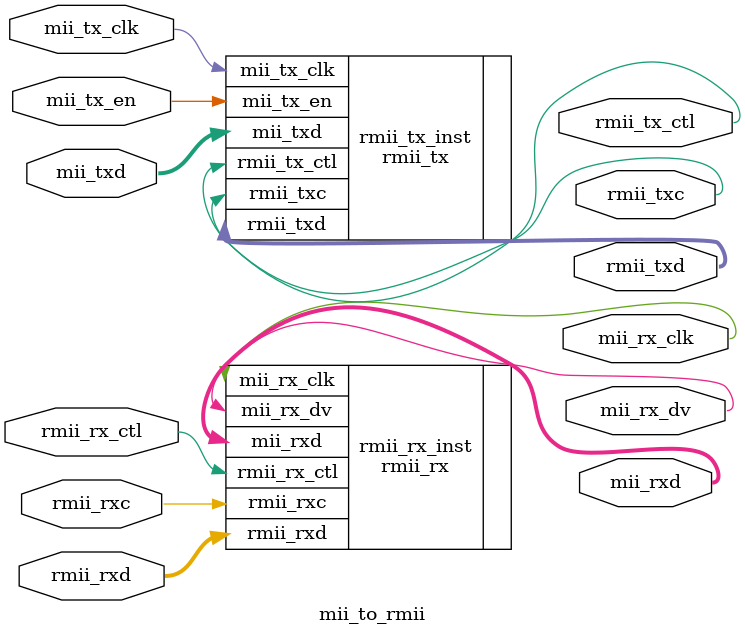
<source format=v>
/*
    mii_to_rmii mii_to_rmii_inst(
        .rmii_rxc		(rmii_rxc),   //RMII接收时钟				input wire 		    
        .rmii_rx_ctl	(rmii_rx_ctl),   //RMII接收数据控制信号	input wire 		    	
        .rmii_rxd		(rmii_rxd),   //RMII接收数据				input wire [1:0] 	

        .mii_rx_clk	    (mii_rx_clk),    //MII接收时钟			output wire 		
        .mii_rx_dv		(mii_rx_dv),     //MII接收数据有效信号	output wire 		
        .mii_rxd		(mii_rxd),  //MII接收数据				output wire [3:0] 	

        .mii_tx_clk	    (mii_tx_clk),    //MII发送时钟				input wire 			
        .mii_tx_en		(mii_tx_en),     //MII发送数据有效信号		input wire 				
        .mii_txd		(mii_txd),   //MII发送数据					input wire [3:0] 	

        .rmii_txc		(rmii_txc),      //RMII发送时钟			output wire 			
        .rmii_tx_ctl	(rmii_tx_ctl),    //RMII发送数据控制信号	output wire 				
        .rmii_txd		(rmii_txd)			//RMII输出数据			output wire [1:0] 	
	);
*/  
module mii_to_rmii(
    input wire 		    rmii_rxc	,   //RMII接收时钟
    input wire 		    rmii_rx_ctl ,   //RMII接收数据控制信号
    input wire [1:0] 	rmii_rxd	,   //RMII接收数据

    output wire 		mii_rx_clk	,   //MII接收时钟
    output wire 		mii_rx_dv	,   //MII接收数据有效信号
    output wire [3:0] 	mii_rxd	    ,   //MII接收数据

    input wire 		    mii_tx_clk	,   //MII发送时钟
    input wire 		    mii_tx_en	,   //MII发送数据有效信号
    input wire [3:0] 	mii_txd	    ,   //MII发送数据

    output wire 		rmii_txc	,   //RMII发送时钟
    output wire 		rmii_tx_ctl ,   //RMII发送数据控制信号
    output wire [1:0] 	rmii_txd        //RMII 发送数据
);


rmii_tx rmii_tx_inst(
    //MII发送端口
    .mii_tx_clk (mii_tx_clk),   //MII发送时钟        input
    .mii_tx_en  (mii_tx_en),    //MII输出数据有效信号    input
    .mii_txd    (mii_txd),      //MII输出数据        input   [3:0]
    //RMII发送端口
    .rmii_txc   (rmii_txc),     //RMII发送数据时钟       output
    .rmii_tx_ctl(rmii_tx_ctl),  //RMII输出数据有效信号    output
    .rmii_txd   (rmii_txd)      //RMII输出数据           output  [1:0]
    );

rmii_rx rmii_rx_inst(
    //以太网RMII接口
    .rmii_rxc	    (rmii_rxc),		//RMII接收时钟        input wire
    .rmii_rx_ctl   	(rmii_rx_ctl),	//RMII接收数据控制信号 input wire
    .rmii_rxd	    (rmii_rxd),		//RMII接收数据        input wire [1:0]
    //以太网MII接口
    .mii_rx_clk    	(mii_rx_clk),	//MII接收时钟        output wire
    .mii_rx_dv	    (mii_rx_dv),	//MII接收数据有效信号 output wire
    .mii_rxd	    (mii_rxd) 		//MII接收数据        output wire [3:0]
    );
endmodule
</source>
